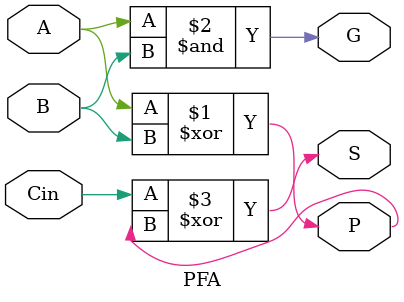
<source format=v>
`timescale 1ns / 1ps

module PFA(
    input A, B, Cin,
    output P, G, S
);
    
    assign P = A ^ B;   //xor gate for propagate
    assign G = A & B;   // and gate for generate
    assign S = Cin ^ P; // xor gate for sum

endmodule
</source>
